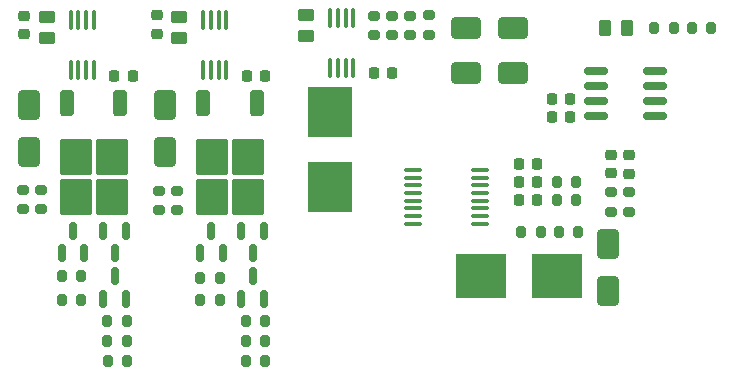
<source format=gbr>
%TF.GenerationSoftware,KiCad,Pcbnew,8.0.5*%
%TF.CreationDate,2024-11-23T14:45:08-05:00*%
%TF.ProjectId,wesp_card_access,77657370-5f63-4617-9264-5f6163636573,rev?*%
%TF.SameCoordinates,Original*%
%TF.FileFunction,Paste,Top*%
%TF.FilePolarity,Positive*%
%FSLAX46Y46*%
G04 Gerber Fmt 4.6, Leading zero omitted, Abs format (unit mm)*
G04 Created by KiCad (PCBNEW 8.0.5) date 2024-11-23 14:45:08*
%MOMM*%
%LPD*%
G01*
G04 APERTURE LIST*
G04 Aperture macros list*
%AMRoundRect*
0 Rectangle with rounded corners*
0 $1 Rounding radius*
0 $2 $3 $4 $5 $6 $7 $8 $9 X,Y pos of 4 corners*
0 Add a 4 corners polygon primitive as box body*
4,1,4,$2,$3,$4,$5,$6,$7,$8,$9,$2,$3,0*
0 Add four circle primitives for the rounded corners*
1,1,$1+$1,$2,$3*
1,1,$1+$1,$4,$5*
1,1,$1+$1,$6,$7*
1,1,$1+$1,$8,$9*
0 Add four rect primitives between the rounded corners*
20,1,$1+$1,$2,$3,$4,$5,0*
20,1,$1+$1,$4,$5,$6,$7,0*
20,1,$1+$1,$6,$7,$8,$9,0*
20,1,$1+$1,$8,$9,$2,$3,0*%
G04 Aperture macros list end*
%ADD10RoundRect,0.100000X-0.100000X0.712500X-0.100000X-0.712500X0.100000X-0.712500X0.100000X0.712500X0*%
%ADD11RoundRect,0.250000X0.450000X-0.262500X0.450000X0.262500X-0.450000X0.262500X-0.450000X-0.262500X0*%
%ADD12RoundRect,0.200000X-0.200000X-0.275000X0.200000X-0.275000X0.200000X0.275000X-0.200000X0.275000X0*%
%ADD13RoundRect,0.225000X-0.225000X-0.250000X0.225000X-0.250000X0.225000X0.250000X-0.225000X0.250000X0*%
%ADD14RoundRect,0.150000X0.150000X-0.587500X0.150000X0.587500X-0.150000X0.587500X-0.150000X-0.587500X0*%
%ADD15RoundRect,0.250000X-0.650000X1.000000X-0.650000X-1.000000X0.650000X-1.000000X0.650000X1.000000X0*%
%ADD16RoundRect,0.200000X0.275000X-0.200000X0.275000X0.200000X-0.275000X0.200000X-0.275000X-0.200000X0*%
%ADD17RoundRect,0.218750X0.256250X-0.218750X0.256250X0.218750X-0.256250X0.218750X-0.256250X-0.218750X0*%
%ADD18RoundRect,0.150000X-0.150000X0.587500X-0.150000X-0.587500X0.150000X-0.587500X0.150000X0.587500X0*%
%ADD19R,4.241800X3.810000*%
%ADD20RoundRect,0.150000X0.825000X0.150000X-0.825000X0.150000X-0.825000X-0.150000X0.825000X-0.150000X0*%
%ADD21RoundRect,0.200000X-0.275000X0.200000X-0.275000X-0.200000X0.275000X-0.200000X0.275000X0.200000X0*%
%ADD22RoundRect,0.200000X0.200000X0.275000X-0.200000X0.275000X-0.200000X-0.275000X0.200000X-0.275000X0*%
%ADD23RoundRect,0.250000X-0.262500X-0.450000X0.262500X-0.450000X0.262500X0.450000X-0.262500X0.450000X0*%
%ADD24RoundRect,0.225000X0.225000X0.250000X-0.225000X0.250000X-0.225000X-0.250000X0.225000X-0.250000X0*%
%ADD25RoundRect,0.250000X-1.000000X-0.650000X1.000000X-0.650000X1.000000X0.650000X-1.000000X0.650000X0*%
%ADD26RoundRect,0.250000X-0.350000X0.850000X-0.350000X-0.850000X0.350000X-0.850000X0.350000X0.850000X0*%
%ADD27RoundRect,0.250000X-1.125000X1.275000X-1.125000X-1.275000X1.125000X-1.275000X1.125000X1.275000X0*%
%ADD28RoundRect,0.218750X-0.256250X0.218750X-0.256250X-0.218750X0.256250X-0.218750X0.256250X0.218750X0*%
%ADD29RoundRect,0.100000X-0.637500X-0.100000X0.637500X-0.100000X0.637500X0.100000X-0.637500X0.100000X0*%
%ADD30R,3.810000X4.241800*%
G04 APERTURE END LIST*
D10*
%TO.C,U6*%
X116975000Y-87800000D03*
X116325000Y-87800000D03*
X115675000Y-87800000D03*
X115025000Y-87800000D03*
X115025000Y-92025000D03*
X115675000Y-92025000D03*
X116325000Y-92025000D03*
X116975000Y-92025000D03*
%TD*%
D11*
%TO.C,R25*%
X113000000Y-89325000D03*
X113000000Y-87500000D03*
%TD*%
D12*
%TO.C,R23*%
X167640000Y-88500000D03*
X169290000Y-88500000D03*
%TD*%
D13*
%TO.C,C5*%
X152975000Y-103000000D03*
X154525000Y-103000000D03*
%TD*%
%TO.C,C4*%
X152975000Y-100000000D03*
X154525000Y-100000000D03*
%TD*%
D14*
%TO.C,Q4*%
X129500000Y-111375000D03*
X131400000Y-111375000D03*
X130450000Y-109500000D03*
%TD*%
D10*
%TO.C,U5*%
X128225000Y-87800000D03*
X127575000Y-87800000D03*
X126925000Y-87800000D03*
X126275000Y-87800000D03*
X126275000Y-92025000D03*
X126925000Y-92025000D03*
X127575000Y-92025000D03*
X128225000Y-92025000D03*
%TD*%
D15*
%TO.C,D5*%
X160500000Y-106750000D03*
X160500000Y-110750000D03*
%TD*%
D14*
%TO.C,Q7*%
X126000000Y-107500000D03*
X127900000Y-107500000D03*
X126950000Y-105625000D03*
%TD*%
D16*
%TO.C,R16*%
X122500000Y-103900000D03*
X122500000Y-102250000D03*
%TD*%
D14*
%TO.C,Q3*%
X114300000Y-107500000D03*
X116200000Y-107500000D03*
X115250000Y-105625000D03*
%TD*%
D12*
%TO.C,R20*%
X156350000Y-105750000D03*
X158000000Y-105750000D03*
%TD*%
%TO.C,R11*%
X156175000Y-103000000D03*
X157825000Y-103000000D03*
%TD*%
D17*
%TO.C,D9*%
X111100000Y-88987500D03*
X111100000Y-87412500D03*
%TD*%
D12*
%TO.C,R30*%
X118175000Y-116700000D03*
X119825000Y-116700000D03*
%TD*%
D18*
%TO.C,Q2*%
X131400000Y-105625000D03*
X129500000Y-105625000D03*
X130450000Y-107500000D03*
%TD*%
D12*
%TO.C,R12*%
X156175000Y-101500000D03*
X157825000Y-101500000D03*
%TD*%
D13*
%TO.C,C6*%
X118725000Y-92500000D03*
X120275000Y-92500000D03*
%TD*%
D12*
%TO.C,R19*%
X153175000Y-105750000D03*
X154825000Y-105750000D03*
%TD*%
D19*
%TO.C,F1*%
X149812300Y-109500000D03*
X156187700Y-109500000D03*
%TD*%
D20*
%TO.C,U2*%
X164475000Y-95905000D03*
X164475000Y-94635000D03*
X164475000Y-93365000D03*
X164475000Y-92095000D03*
X159525000Y-92095000D03*
X159525000Y-93365000D03*
X159525000Y-94635000D03*
X159525000Y-95905000D03*
%TD*%
D13*
%TO.C,C8*%
X140725000Y-92250000D03*
X142275000Y-92250000D03*
%TD*%
D21*
%TO.C,R27*%
X160750000Y-102375000D03*
X160750000Y-104025000D03*
%TD*%
D17*
%TO.C,D8*%
X122375000Y-88962500D03*
X122375000Y-87387500D03*
%TD*%
D11*
%TO.C,R21*%
X135000000Y-89162500D03*
X135000000Y-87337500D03*
%TD*%
D16*
%TO.C,R15*%
X124000000Y-103900000D03*
X124000000Y-102250000D03*
%TD*%
D12*
%TO.C,R9*%
X118145000Y-113250000D03*
X119795000Y-113250000D03*
%TD*%
D22*
%TO.C,R3*%
X127650000Y-109625000D03*
X126000000Y-109625000D03*
%TD*%
D16*
%TO.C,R18*%
X111010000Y-103825000D03*
X111010000Y-102175000D03*
%TD*%
D21*
%TO.C,R2*%
X145350000Y-87405000D03*
X145350000Y-89055000D03*
%TD*%
D12*
%TO.C,R29*%
X129850000Y-116700000D03*
X131500000Y-116700000D03*
%TD*%
D23*
%TO.C,R26*%
X160282500Y-88500000D03*
X162107500Y-88500000D03*
%TD*%
D18*
%TO.C,Q6*%
X119700000Y-105625000D03*
X117800000Y-105625000D03*
X118750000Y-107500000D03*
%TD*%
D24*
%TO.C,C2*%
X157325000Y-96000000D03*
X155775000Y-96000000D03*
%TD*%
D12*
%TO.C,R8*%
X114300000Y-111500000D03*
X115950000Y-111500000D03*
%TD*%
%TO.C,R4*%
X126000000Y-111500000D03*
X127650000Y-111500000D03*
%TD*%
D13*
%TO.C,C3*%
X152975000Y-101500000D03*
X154525000Y-101500000D03*
%TD*%
D25*
%TO.C,D2*%
X148500000Y-92250000D03*
X152500000Y-92250000D03*
%TD*%
D21*
%TO.C,R1*%
X143750000Y-87425000D03*
X143750000Y-89075000D03*
%TD*%
D15*
%TO.C,D4*%
X111500000Y-95000000D03*
X111500000Y-99000000D03*
%TD*%
D26*
%TO.C,Q5*%
X119255000Y-94800000D03*
D27*
X118500000Y-99425000D03*
X115450000Y-99425000D03*
X118500000Y-102775000D03*
X115450000Y-102775000D03*
D26*
X114695000Y-94800000D03*
%TD*%
D21*
%TO.C,R28*%
X162290000Y-102385000D03*
X162290000Y-104035000D03*
%TD*%
D28*
%TO.C,D6*%
X160750000Y-99212500D03*
X160750000Y-100787500D03*
%TD*%
D16*
%TO.C,R13*%
X140750000Y-89075000D03*
X140750000Y-87425000D03*
%TD*%
D25*
%TO.C,D1*%
X148500000Y-88500000D03*
X152500000Y-88500000D03*
%TD*%
D12*
%TO.C,R10*%
X118145000Y-115000000D03*
X119795000Y-115000000D03*
%TD*%
D15*
%TO.C,D3*%
X123000000Y-95000000D03*
X123000000Y-99000000D03*
%TD*%
D29*
%TO.C,U3*%
X144000000Y-100500000D03*
X144000000Y-101150000D03*
X144000000Y-101800000D03*
X144000000Y-102450000D03*
X144000000Y-103100000D03*
X144000000Y-103750000D03*
X144000000Y-104400000D03*
X144000000Y-105050000D03*
X149725000Y-105050000D03*
X149725000Y-104400000D03*
X149725000Y-103750000D03*
X149725000Y-103100000D03*
X149725000Y-102450000D03*
X149725000Y-101800000D03*
X149725000Y-101150000D03*
X149725000Y-100500000D03*
%TD*%
D30*
%TO.C,F2*%
X137000000Y-95562300D03*
X137000000Y-101937700D03*
%TD*%
D16*
%TO.C,R17*%
X112500000Y-103825000D03*
X112500000Y-102175000D03*
%TD*%
D11*
%TO.C,R22*%
X124250000Y-89325000D03*
X124250000Y-87500000D03*
%TD*%
D22*
%TO.C,R7*%
X115950000Y-109500000D03*
X114300000Y-109500000D03*
%TD*%
D10*
%TO.C,U4*%
X138975000Y-87637500D03*
X138325000Y-87637500D03*
X137675000Y-87637500D03*
X137025000Y-87637500D03*
X137025000Y-91862500D03*
X137675000Y-91862500D03*
X138325000Y-91862500D03*
X138975000Y-91862500D03*
%TD*%
D12*
%TO.C,R5*%
X129845000Y-113250000D03*
X131495000Y-113250000D03*
%TD*%
D22*
%TO.C,R24*%
X166115000Y-88500000D03*
X164465000Y-88500000D03*
%TD*%
D26*
%TO.C,Q1*%
X130777500Y-94800000D03*
D27*
X130022500Y-99425000D03*
X126972500Y-99425000D03*
X130022500Y-102775000D03*
X126972500Y-102775000D03*
D26*
X126217500Y-94800000D03*
%TD*%
D12*
%TO.C,R6*%
X129845000Y-115000000D03*
X131495000Y-115000000D03*
%TD*%
D13*
%TO.C,C7*%
X129975000Y-92500000D03*
X131525000Y-92500000D03*
%TD*%
D28*
%TO.C,D7*%
X162290000Y-99222500D03*
X162290000Y-100797500D03*
%TD*%
D16*
%TO.C,R14*%
X142260000Y-89075000D03*
X142260000Y-87425000D03*
%TD*%
D14*
%TO.C,Q8*%
X117800000Y-111375000D03*
X119700000Y-111375000D03*
X118750000Y-109500000D03*
%TD*%
D24*
%TO.C,C1*%
X157325000Y-94500000D03*
X155775000Y-94500000D03*
%TD*%
M02*

</source>
